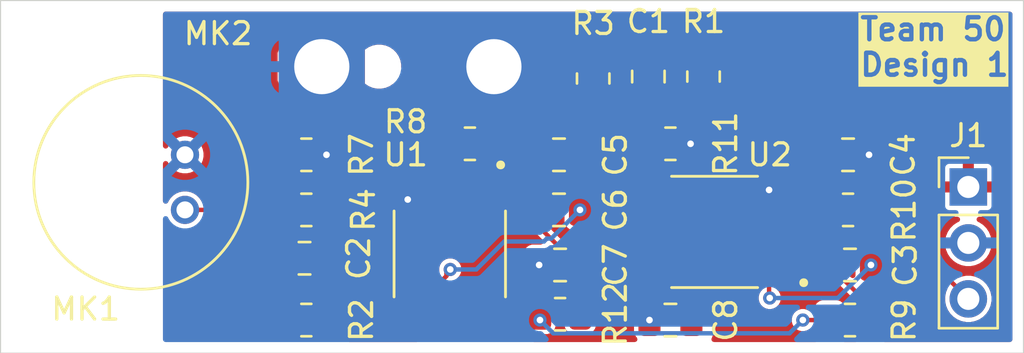
<source format=kicad_pcb>
(kicad_pcb (version 20241229) (generator "pcbnew") (generator_version "9.0")
  (layers (0 "F.Cu" signal) (2 "B.Cu" signal) (13 "F.Paste" user) (15 "B.Paste" user) (5 "F.SilkS" user "F.Silkscreen") (7 "B.SilkS" user "B.Silkscreen") (1 "F.Mask" user) (3 "B.Mask" user) (25 "Edge.Cuts" user))
  (net 0 "")
  (net 1 "Net-(C1-Pad2)")
  (net 2 "Net-(C1-Pad1)")
  (net 3 "Net-(C2-Pad2)")
  (net 4 "Net-(C2-Pad1)")
  (net 5 "/output")
  (net 6 "Net-(C3-Pad1)")
  (net 7 "GND")
  (net 8 "Net-(U2-1IN+)")
  (net 9 "Net-(U1-1OUT)")
  (net 10 "Net-(C5-Pad2)")
  (net 11 "Net-(U1-2IN+)")
  (net 12 "VCC")
  (net 13 "Net-(U1-1IN-)")
  (net 14 "Net-(U1-1IN+)")
  (net 15 "Net-(U1-2IN-)")
  (footprint "Resistor_SMD:R_0805_2012Metric" (layer "F.Cu") (at 42.5 42 180)
    (property "Reference" "R4" (at -2.5875 0 90) (layer "F.SilkS"))
    (property "Value" "100" (hide yes))
    (fp_line (start -0.227064 0.735) (end 0.227064 0.735) (stroke (width 0.12)) (layer "F.SilkS"))
    (fp_line (start -0.227064 -0.735) (end 0.227064 -0.735) (stroke (width 0.12)) (layer "F.SilkS"))
    (pad "1" smd roundrect (at -0.9125 0 180) (size 1.025 1.4) (layers "F.Cu" "F.Mask" "F.Paste") (roundrect_rratio 0.243902) (net 3 "Net-(C2-Pad2)"))
    (pad "2" smd roundrect (at 0.9125 0 180) (size 1.025 1.4) (layers "F.Cu" "F.Mask" "F.Paste") (roundrect_rratio 0.243902) (net 14 "Net-(U1-1IN+)"))
  )
  (footprint "Capacitor_SMD:C_0805_2012Metric" (layer "F.Cu") (at 59 47 180)
    (property "Reference" "C8" (at -2.5 0 90) (layer "F.SilkS"))
    (property "Value" "100nF" (hide yes))
    (fp_line (start -0.261252 0.735) (end 0.261252 0.735) (stroke (width 0.12)) (layer "F.SilkS"))
    (fp_line (start -0.261252 -0.735) (end 0.261252 -0.735) (stroke (width 0.12)) (layer "F.SilkS"))
    (pad "1" smd roundrect (at -0.95 0 180) (size 1 1.45) (layers "F.Cu" "F.Mask" "F.Paste") (net 12 "VCC"))
    (pad "2" smd roundrect (at 0.95 0 180) (size 1 1.45) (layers "F.Cu" "F.Mask" "F.Paste") (net 7 "GND"))
  )
  (footprint "Capacitor_SMD:C_0805_2012Metric" (layer "F.Cu") (at 58 35.95 90)
    (property "Reference" "C1" (at 2.5 0 0) (layer "F.SilkS"))
    (property "Value" "1u" (hide yes))
    (fp_line (start -0.261252 -0.735) (end 0.261252 -0.735) (stroke (width 0.12)) (layer "F.SilkS"))
    (fp_line (start -0.261252 0.735) (end 0.261252 0.735) (stroke (width 0.12)) (layer "F.SilkS"))
    (pad "1" smd roundrect (at -0.95 0 90) (size 1 1.45) (layers "F.Cu" "F.Mask" "F.Paste") (net 2 "Net-(C1-Pad1)"))
    (pad "2" smd roundrect (at 0.95 0 90) (size 1 1.45) (layers "F.Cu" "F.Mask" "F.Paste") (net 1 "Net-(C1-Pad2)"))
  )
  (footprint "Resistor_SMD:R_0805_2012Metric" (layer "F.Cu") (at 60.5 35.95 -90)
    (property "Reference" "R1" (at -2.5 0 0) (layer "F.SilkS"))
    (property "Value" "2.2k" (hide yes))
    (fp_line (start -0.227064 0.735) (end 0.227064 0.735) (stroke (width 0.12)) (layer "F.SilkS"))
    (fp_line (start -0.227064 -0.735) (end 0.227064 -0.735) (stroke (width 0.12)) (layer "F.SilkS"))
    (pad "1" smd roundrect (at -0.9125 0 270) (size 1.025 1.4) (layers "F.Cu" "F.Mask" "F.Paste") (roundrect_rratio 0.243902) (net 12 "VCC"))
    (pad "2" smd roundrect (at 0.9125 0 270) (size 1.025 1.4) (layers "F.Cu" "F.Mask" "F.Paste") (roundrect_rratio 0.243902) (net 2 "Net-(C1-Pad1)"))
  )
  (footprint "Resistor_SMD:R_0805_2012Metric" (layer "F.Cu") (at 42.5 47 180)
    (property "Reference" "R2" (at -2.5 0 90) (layer "F.SilkS"))
    (property "Value" "2.2k" (hide yes))
    (fp_line (start -0.227064 0.735) (end 0.227064 0.735) (stroke (width 0.12)) (layer "F.SilkS"))
    (fp_line (start -0.227064 -0.735) (end 0.227064 -0.735) (stroke (width 0.12)) (layer "F.SilkS"))
    (pad "1" smd roundrect (at -0.9125 0 180) (size 1.025 1.4) (layers "F.Cu" "F.Mask" "F.Paste") (roundrect_rratio 0.243902) (net 12 "VCC"))
    (pad "2" smd roundrect (at 0.9125 0 180) (size 1.025 1.4) (layers "F.Cu" "F.Mask" "F.Paste") (roundrect_rratio 0.243902) (net 4 "Net-(C2-Pad1)"))
  )
  (footprint "Capacitor_SMD:C_0805_2012Metric" (layer "F.Cu") (at 53.95 42)
    (property "Reference" "C6" (at 2.55 0 90) (layer "F.SilkS"))
    (property "Value" "10n" (hide yes))
    (fp_line (start -0.261252 -0.735) (end 0.261252 -0.735) (stroke (width 0.12)) (layer "F.SilkS"))
    (fp_line (start -0.261252 0.735) (end 0.261252 0.735) (stroke (width 0.12)) (layer "F.SilkS"))
    (pad "1" smd roundrect (at -0.95 0) (size 1 1.45) (layers "F.Cu" "F.Mask" "F.Paste") (net 10 "Net-(C5-Pad2)"))
    (pad "2" smd roundrect (at 0.95 0) (size 1 1.45) (layers "F.Cu" "F.Mask" "F.Paste") (net 11 "Net-(U1-2IN+)"))
  )
  (footprint "Resistor_SMD:R_0805_2012Metric" (layer "F.Cu") (at 67.05 42 180)
    (property "Reference" "R10" (at -2.5375 -0.01 90) (layer "F.SilkS"))
    (property "Value" "20k" (hide yes))
    (fp_line (start -0.227064 0.735) (end 0.227064 0.735) (stroke (width 0.12)) (layer "F.SilkS"))
    (fp_line (start -0.227064 -0.735) (end 0.227064 -0.735) (stroke (width 0.12)) (layer "F.SilkS"))
    (pad "1" smd roundrect (at -0.9125 0 180) (size 1.025 1.4) (layers "F.Cu" "F.Mask" "F.Paste") (roundrect_rratio 0.243902) (net 8 "Net-(U2-1IN+)"))
    (pad "2" smd roundrect (at 0.9125 0 180) (size 1.025 1.4) (layers "F.Cu" "F.Mask" "F.Paste") (roundrect_rratio 0.243902) (net 6 "Net-(C3-Pad1)"))
  )
  (footprint "CMA-6542PF:CUI_CMA-6542PF" (layer "F.Cu") (at 35 40.75 180)
    (property "Reference" "MK1" (at 2.5 -5.75 0) (layer "F.SilkS") (effects (font (size 1.000346 1.000346))))
    (property "Value" "CMA-6542PF" (hide yes))
    (fp_circle (center 0 0) (end 4.85 0) (stroke (width 0.127)) (fill no) (layer "F.SilkS"))
    (pad "GND" thru_hole circle (at -2 1.25 180) (size 1.278 1.278) (drill 0.77) (layers "*.Cu" "*.Mask") (net 7 "GND"))
    (pad "OUT" thru_hole circle (at -2 -1.25 180) (size 1.278 1.278) (drill 0.77) (layers "*.Cu" "*.Mask") (net 4 "Net-(C2-Pad1)"))
  )
  (footprint "Capacitor_SMD:C_0805_2012Metric" (layer "F.Cu") (at 53.95 39.5)
    (property "Reference" "C5" (at 2.55 0 90) (layer "F.SilkS"))
    (property "Value" "10n" (hide yes))
    (fp_line (start -0.261252 -0.735) (end 0.261252 -0.735) (stroke (width 0.12)) (layer "F.SilkS"))
    (fp_line (start -0.261252 0.735) (end 0.261252 0.735) (stroke (width 0.12)) (layer "F.SilkS"))
    (pad "1" smd roundrect (at -0.95 0) (size 1 1.45) (layers "F.Cu" "F.Mask" "F.Paste") (net 9 "Net-(U1-1OUT)"))
    (pad "2" smd roundrect (at 0.95 0) (size 1 1.45) (layers "F.Cu" "F.Mask" "F.Paste") (net 10 "Net-(C5-Pad2)"))
  )
  (footprint "NE5532DR:SOIC127P599X175-8N" (layer "F.Cu") (at 61 43 180)
    (property "Reference" "U2" (at -2.5 3.5 0) (layer "F.SilkS"))
    (property "Value" "NE5532DR" (hide yes))
    (fp_line (start -1.95 2.525) (end 1.95 2.525) (stroke (width 0.127)) (layer "F.SilkS"))
    (fp_line (start -1.95 -2.525) (end 1.95 -2.525) (stroke (width 0.127)) (layer "F.SilkS"))
    (fp_circle (center -4.04 -2.305) (end -3.94 -2.305) (stroke (width 0.2)) (fill no) (layer "F.SilkS"))
    (pad "1" smd roundrect (at -2.47 -1.905 180) (size 1.97 0.6) (layers "F.Cu" "F.Mask" "F.Paste") (roundrect_rratio 0.125) (net 5 "/output"))
    (pad "2" smd roundrect (at -2.47 -0.635 180) (size 1.97 0.6) (layers "F.Cu" "F.Mask" "F.Paste") (roundrect_rratio 0.125) (net 5 "/output"))
    (pad "3" smd roundrect (at -2.47 0.635 180) (size 1.97 0.6) (layers "F.Cu" "F.Mask" "F.Paste") (roundrect_rratio 0.125) (net 8 "Net-(U2-1IN+)"))
    (pad "4" smd roundrect (at -2.47 1.905 180) (size 1.97 0.6) (layers "F.Cu" "F.Mask" "F.Paste") (roundrect_rratio 0.125) (net 7 "GND"))
    (pad "5" smd roundrect (at 2.47 1.905 180) (size 1.97 0.6) (layers "F.Cu" "F.Mask" "F.Paste") (roundrect_rratio 0.125))
    (pad "6" smd roundrect (at 2.47 0.635 180) (size 1.97 0.6) (layers "F.Cu" "F.Mask" "F.Paste") (roundrect_rratio 0.125))
    (pad "7" smd roundrect (at 2.47 -0.635 180) (size 1.97 0.6) (layers "F.Cu" "F.Mask" "F.Paste") (roundrect_rratio 0.125))
    (pad "8" smd roundrect (at 2.47 -1.905 180) (size 1.97 0.6) (layers "F.Cu" "F.Mask" "F.Paste") (roundrect_rratio 0.125) (net 12 "VCC"))
  )
  (footprint "Resistor_SMD:R_0805_2012Metric" (layer "F.Cu") (at 59 39)
    (property "Reference" "R11" (at 2.5 0 90) (layer "F.SilkS"))
    (property "Value" "150k" (hide yes))
    (fp_line (start -0.227064 -0.735) (end 0.227064 -0.735) (stroke (width 0.12)) (layer "F.SilkS"))
    (fp_line (start -0.227064 0.735) (end 0.227064 0.735) (stroke (width 0.12)) (layer "F.SilkS"))
    (pad "1" smd roundrect (at -0.9125 0) (size 1.025 1.4) (layers "F.Cu" "F.Mask" "F.Paste") (roundrect_rratio 0.243902) (net 11 "Net-(U1-2IN+)"))
    (pad "2" smd roundrect (at 0.9125 0) (size 1.025 1.4) (layers "F.Cu" "F.Mask" "F.Paste") (roundrect_rratio 0.243902) (net 7 "GND"))
  )
  (footprint "Resistor_SMD:R_0805_2012Metric" (layer "F.Cu") (at 54 46.736 180)
    (property "Reference" "R12" (at -2.5 0 90) (layer "F.SilkS"))
    (property "Value" "68k" (hide yes))
    (fp_line (start -0.227064 0.735) (end 0.227064 0.735) (stroke (width 0.12)) (layer "F.SilkS"))
    (fp_line (start -0.227064 -0.735) (end 0.227064 -0.735) (stroke (width 0.12)) (layer "F.SilkS"))
    (pad "1" smd roundrect (at -0.9125 0 180) (size 1.025 1.4) (layers "F.Cu" "F.Mask" "F.Paste") (roundrect_rratio 0.243902) (net 10 "Net-(C5-Pad2)"))
    (pad "2" smd roundrect (at 0.9125 0 180) (size 1.025 1.4) (layers "F.Cu" "F.Mask" "F.Paste") (roundrect_rratio 0.243902) (net 15 "Net-(U1-2IN-)"))
  )
  (footprint "Resistor_SMD:R_0805_2012Metric" (layer "F.Cu") (at 42.5 39.5)
    (property "Reference" "R7" (at 2.5 0 90) (layer "F.SilkS"))
    (property "Value" "100" (hide yes))
    (fp_line (start -0.227064 -0.735) (end 0.227064 -0.735) (stroke (width 0.12)) (layer "F.SilkS"))
    (fp_line (start -0.227064 0.735) (end 0.227064 0.735) (stroke (width 0.12)) (layer "F.SilkS"))
    (pad "1" smd roundrect (at -0.9125 0) (size 1.025 1.4) (layers "F.Cu" "F.Mask" "F.Paste") (roundrect_rratio 0.243902) (net 14 "Net-(U1-1IN+)"))
    (pad "2" smd roundrect (at 0.9125 0) (size 1.025 1.4) (layers "F.Cu" "F.Mask" "F.Paste") (roundrect_rratio 0.243902) (net 7 "GND"))
  )
  (footprint "Capacitor_SMD:C_0805_2012Metric" (layer "F.Cu") (at 67.05 39.5)
    (property "Reference" "C4" (at 2.5 0 90) (layer "F.SilkS"))
    (property "Value" "11n" (hide yes))
    (fp_line (start -0.261252 -0.735) (end 0.261252 -0.735) (stroke (width 0.12)) (layer "F.SilkS"))
    (fp_line (start -0.261252 0.735) (end 0.261252 0.735) (stroke (width 0.12)) (layer "F.SilkS"))
    (pad "1" smd roundrect (at -0.95 0) (size 1 1.45) (layers "F.Cu" "F.Mask" "F.Paste") (net 8 "Net-(U2-1IN+)"))
    (pad "2" smd roundrect (at 0.95 0) (size 1 1.45) (layers "F.Cu" "F.Mask" "F.Paste") (net 7 "GND"))
  )
  (footprint "Connector_Wire:SolderWire-2sqmm_1x02_P7.8mm_D2mm_OD3.9mm" (layer "F.Cu") (at 43.2 35.5)
    (property "Reference" "MK2" (at -4.7 -1.5 0) (layer "F.SilkS"))
    (property "Value" "CMA-6542PF" (hide yes))
    (pad "1" thru_hole roundrect (at 0 0) (size 3.9 3.9) (drill 2.5) (layers "*.Cu" "*.Mask") (roundrect_rratio 0.064103) (net 7 "GND"))
    (pad "2" thru_hole circle (at 7.8 0) (size 3.9 3.9) (drill 2.5) (layers "*.Cu" "*.Mask") (net 2 "Net-(C1-Pad1)"))
  )
  (footprint "Capacitor_SMD:C_0805_2012Metric" (layer "F.Cu") (at 67.1375 44.5)
    (property "Reference" "C3" (at 2.5 0.01 90) (layer "F.SilkS"))
    (property "Value" "20n" (hide yes))
    (fp_line (start -0.261252 -0.735) (end 0.261252 -0.735) (stroke (width 0.12)) (layer "F.SilkS"))
    (fp_line (start -0.261252 0.735) (end 0.261252 0.735) (stroke (width 0.12)) (layer "F.SilkS"))
    (pad "1" smd roundrect (at -0.95 0) (size 1 1.45) (layers "F.Cu" "F.Mask" "F.Paste") (net 6 "Net-(C3-Pad1)"))
    (pad "2" smd roundrect (at 0.95 0) (size 1 1.45) (layers "F.Cu" "F.Mask" "F.Paste") (net 5 "/output"))
  )
  (footprint "Capacitor_SMD:C_0805_2012Metric" (layer "F.Cu") (at 54 44.5 180)
    (property "Reference" "C7" (at -2.5 0 90) (layer "F.SilkS"))
    (property "Value" "100nF" (hide yes))
    (fp_line (start -0.261252 0.735) (end 0.261252 0.735) (stroke (width 0.12)) (layer "F.SilkS"))
    (fp_line (start -0.261252 -0.735) (end 0.261252 -0.735) (stroke (width 0.12)) (layer "F.SilkS"))
    (pad "1" smd roundrect (at -0.95 0 180) (size 1 1.45) (layers "F.Cu" "F.Mask" "F.Paste") (net 12 "VCC"))
    (pad "2" smd roundrect (at 0.95 0 180) (size 1 1.45) (layers "F.Cu" "F.Mask" "F.Paste") (net 7 "GND"))
  )
  (footprint "Capacitor_SMD:C_0805_2012Metric" (layer "F.Cu") (at 42.418 44.196)
    (property "Reference" "C2" (at 2.45 0 90) (layer "F.SilkS"))
    (property "Value" "1u" (hide yes))
    (fp_line (start -0.261252 -0.735) (end 0.261252 -0.735) (stroke (width 0.12)) (layer "F.SilkS"))
    (fp_line (start -0.261252 0.735) (end 0.261252 0.735) (stroke (width 0.12)) (layer "F.SilkS"))
    (pad "1" smd roundrect (at -0.95 0) (size 1 1.45) (layers "F.Cu" "F.Mask" "F.Paste") (net 4 "Net-(C2-Pad1)"))
    (pad "2" smd roundrect (at 0.95 0) (size 1 1.45) (layers "F.Cu" "F.Mask" "F.Paste") (net 3 "Net-(C2-Pad2)"))
  )
  (footprint "Resistor_SMD:R_0805_2012Metric" (layer "F.Cu") (at 55.5 36.0375 -90)
    (property "Reference" "R3" (at -2.5 0 0) (layer "F.SilkS"))
    (property "Value" "100" (hide yes))
    (fp_line (start -0.227064 0.735) (end 0.227064 0.735) (stroke (width 0.12)) (layer "F.SilkS"))
    (fp_line (start -0.227064 -0.735) (end 0.227064 -0.735) (stroke (width 0.12)) (layer "F.SilkS"))
    (pad "1" smd roundrect (at -0.9125 0 270) (size 1.025 1.4) (layers "F.Cu" "F.Mask" "F.Paste") (roundrect_rratio 0.243902) (net 1 "Net-(C1-Pad2)"))
    (pad "2" smd roundrect (at 0.9125 0 270) (size 1.025 1.4) (layers "F.Cu" "F.Mask" "F.Paste") (roundrect_rratio 0.243902) (net 13 "Net-(U1-1IN-)"))
  )
  (footprint "NE5532DR:SOIC127P599X175-8N" (layer "F.Cu") (at 49 44 -90)
    (property "Reference" "U1" (at -4.5 2 0) (layer "F.SilkS"))
    (property "Value" "NE5532DR" (hide yes))
    (fp_line (start -1.95 2.525) (end 1.95 2.525) (stroke (width 0.127)) (layer "F.SilkS"))
    (fp_line (start -1.95 -2.525) (end 1.95 -2.525) (stroke (width 0.127)) (layer "F.SilkS"))
    (fp_circle (center -4.04 -2.305) (end -3.94 -2.305) (stroke (width 0.2)) (fill no) (layer "F.SilkS"))
    (pad "1" smd roundrect (at -2.47 -1.905 270) (size 1.97 0.6) (layers "F.Cu" "F.Mask" "F.Paste") (roundrect_rratio 0.125) (net 9 "Net-(U1-1OUT)"))
    (pad "2" smd roundrect (at -2.47 -0.635 270) (size 1.97 0.6) (layers "F.Cu" "F.Mask" "F.Paste") (roundrect_rratio 0.125) (net 13 "Net-(U1-1IN-)"))
    (pad "3" smd roundrect (at -2.47 0.635 270) (size 1.97 0.6) (layers "F.Cu" "F.Mask" "F.Paste") (roundrect_rratio 0.125) (net 14 "Net-(U1-1IN+)"))
    (pad "4" smd roundrect (at -2.47 1.905 270) (size 1.97 0.6) (layers "F.Cu" "F.Mask" "F.Paste") (roundrect_rratio 0.125) (net 7 "GND"))
    (pad "5" smd roundrect (at 2.47 1.905 270) (size 1.97 0.6) (layers "F.Cu" "F.Mask" "F.Paste") (roundrect_rratio 0.125) (net 15 "Net-(U1-2IN-)"))
    (pad "6" smd roundrect (at 2.47 0.635 270) (size 1.97 0.6) (layers "F.Cu" "F.Mask" "F.Paste") (roundrect_rratio 0.125) (net 11 "Net-(U1-2IN+)"))
    (pad "7" smd roundrect (at 2.47 -0.635 270) (size 1.97 0.6) (layers "F.Cu" "F.Mask" "F.Paste") (roundrect_rratio 0.125) (net 15 "Net-(U1-2IN-)"))
    (pad "8" smd roundrect (at 2.47 -1.905 270) (size 1.97 0.6) (layers "F.Cu" "F.Mask" "F.Paste") (roundrect_rratio 0.125) (net 12 "VCC"))
  )
  (footprint "Connector_PinHeader_2.54mm:PinHeader_1x03_P2.54mm_Vertical" (layer "F.Cu") (at 72.5 40.96)
    (property "Reference" "J1" (at 0 -2.33 0) (layer "F.SilkS"))
    (property "Value" "Conn_01x03_Pin" (hide yes))
    (fp_line (start -1.33 -1.33) (end 0 -1.33) (stroke (width 0.12)) (layer "F.SilkS"))
    (fp_line (start -1.33 0) (end -1.33 -1.33) (stroke (width 0.12)) (layer "F.SilkS"))
    (fp_line (start -1.33 1.27) (end -1.33 6.41) (stroke (width 0.12)) (layer "F.SilkS"))
    (fp_line (start -1.33 1.27) (end 1.33 1.27) (stroke (width 0.12)) (layer "F.SilkS"))
    (fp_line (start -1.33 6.41) (end 1.33 6.41) (stroke (width 0.12)) (layer "F.SilkS"))
    (fp_line (start 1.33 1.27) (end 1.33 6.41) (stroke (width 0.12)) (layer "F.SilkS"))
    (pad "1" thru_hole rect (at 0 0) (size 1.7 1.7) (drill 1) (layers "*.Cu" "*.Mask") (net 12 "VCC"))
    (pad "2" thru_hole oval (at 0 2.54) (size 1.7 1.7) (drill 1) (layers "*.Cu" "*.Mask") (net 7 "GND"))
    (pad "3" thru_hole oval (at 0 5.08) (size 1.7 1.7) (drill 1) (layers "*.Cu" "*.Mask") (net 5 "/output"))
  )
  (footprint "Resistor_SMD:R_0805_2012Metric" (layer "F.Cu") (at 67.1375 47 180)
    (property "Reference" "R9" (at -2.45 -0.01 90) (layer "F.SilkS"))
    (property "Value" "20k" (hide yes))
    (fp_line (start -0.227064 0.735) (end 0.227064 0.735) (stroke (width 0.12)) (layer "F.SilkS"))
    (fp_line (start -0.227064 -0.735) (end 0.227064 -0.735) (stroke (width 0.12)) (layer "F.SilkS"))
    (pad "1" smd roundrect (at -0.9125 0 180) (size 1.025 1.4) (layers "F.Cu" "F.Mask" "F.Paste") (roundrect_rratio 0.243902) (net 6 "Net-(C3-Pad1)"))
    (pad "2" smd roundrect (at 0.9125 0 180) (size 1.025 1.4) (layers "F.Cu" "F.Mask" "F.Paste") (roundrect_rratio 0.243902) (net 15 "Net-(U1-2IN-)"))
  )
  (footprint "Resistor_SMD:R_0805_2012Metric" (layer "F.Cu") (at 49.9125 39)
    (property "Reference" "R8" (at -2.9125 -1 0) (layer "F.SilkS"))
    (property "Value" "100" (hide yes))
    (fp_line (start -0.227064 -0.735) (end 0.227064 -0.735) (stroke (width 0.12)) (layer "F.SilkS"))
    (fp_line (start -0.227064 0.735) (end 0.227064 0.735) (stroke (width 0.12)) (layer "F.SilkS"))
    (pad "1" smd roundrect (at -0.9125 0) (size 1.025 1.4) (layers "F.Cu" "F.Mask" "F.Paste") (roundrect_rratio 0.243902) (net 13 "Net-(U1-1IN-)"))
    (pad "2" smd roundrect (at 0.9125 0) (size 1.025 1.4) (layers "F.Cu" "F.Mask" "F.Paste") (roundrect_rratio 0.243902) (net 9 "Net-(U1-1OUT)"))
  )
  (gr_rect (start 28.642 32.5) (end 75 48.5) (stroke (width 0.05)) (fill no) (layer "Edge.Cuts"))
  (gr_text "Team 50\nDesign 1" (at 67.5 36 0) (layer "F.SilkS" knockout) (effects (font (size 1 1) (thickness 0.2) (bold yes)) (justify left bottom)))
  (segment (start 57.875 35.125) (end 58 35) (width 0.2) (layer "F.Cu") (net 1))
  (segment (start 55.5 35.125) (end 57.875 35.125) (width 0.2) (layer "F.Cu") (net 1))
  (segment (start 51 35.5) (end 51.5 36) (width 0.2) (layer "F.Cu") (net 2))
  (segment (start 60.1375 36.8625) (end 60.1 36.9) (width 0.2) (layer "F.Cu") (net 2))
  (segment (start 60.5 36.8625) (end 60.1375 36.8625) (width 0.2) (layer "F.Cu") (net 2))
  (segment (start 60.4625 36.9) (end 60.5 36.8625) (width 0.2) (layer "F.Cu") (net 2))
  (segment (start 60.1 36.9) (end 58 36.9) (width 0.2) (layer "F.Cu") (net 2))
  (segment (start 57.1 36) (end 58 36.9) (width 0.2) (layer "F.Cu") (net 2))
  (segment (start 51.5 36) (end 57.1 36) (width 0.2) (layer "F.Cu") (net 2))
  (segment (start 43.4125 42) (end 43.5 42.0875) (width 0.2) (layer "F.Cu") (net 3))
  (segment (start 43.5 42.0875) (end 43.5 44.5) (width 0.2) (layer "F.Cu") (net 3))
  (segment (start 41.6 44.196) (end 41.6 46.9875) (width 0.2) (layer "F.Cu") (net 4))
  (segment (start 41.6 46.9875) (end 41.5875 47) (width 0.2) (layer "F.Cu") (net 4))
  (segment (start 37 42) (end 39.404 42) (width 0.2) (layer "F.Cu") (net 4))
  (segment (start 39.404 42) (end 41.6 44.196) (width 0.2) (layer "F.Cu") (net 4))
  (segment (start 72.5 46.04) (end 70.96 44.5) (width 0.2) (layer "F.Cu") (net 5))
  (segment (start 70.96 44.5) (end 68.0875 44.5) (width 0.2) (layer "F.Cu") (net 5))
  (segment (start 63.47 44.905) (end 63.47 45.97) (width 0.2) (layer "F.Cu") (net 5))
  (segment (start 63.47 45.97) (end 63.5 46) (width 0.2) (layer "F.Cu") (net 5))
  (segment (start 63.47 43.635) (end 63.47 44.905) (width 0.2) (layer "F.Cu") (net 5))
  (via (at 68.0875 44.5) (size 0.6) (drill 0.3) (layers "F.Cu" "B.Cu") (net 5))
  (via (at 63.5 46) (size 0.6) (drill 0.3) (layers "F.Cu" "B.Cu") (net 5))
  (segment (start 66.5875 46) (end 68.0875 44.5) (width 0.2) (layer "B.Cu") (net 5))
  (segment (start 63.5 46) (end 66.5875 46) (width 0.2) (layer "B.Cu") (net 5))
  (segment (start 66.1375 43.6375) (end 66.1375 42) (width 0.2) (layer "F.Cu") (net 6))
  (segment (start 68.05 47) (end 68.05 46.3625) (width 0.2) (layer "F.Cu") (net 6))
  (segment (start 66.1875 44.5) (end 66.1875 43.6875) (width 0.2) (layer "F.Cu") (net 6))
  (segment (start 68.05 46.3625) (end 66.1875 44.5) (width 0.2) (layer "F.Cu") (net 6))
  (segment (start 66.1875 43.6875) (end 66.1375 43.6375) (width 0.2) (layer "F.Cu") (net 6))
  (via (at 59.9125 39) (size 0.6) (drill 0.3) (layers "F.Cu" "B.Cu") (net 7))
  (via (at 47.095 41.53) (size 0.6) (drill 0.3) (layers "F.Cu" "B.Cu") (net 7))
  (via (at 58.05 47) (size 0.6) (drill 0.3) (layers "F.Cu" "B.Cu") (net 7))
  (via (at 63.47 41.095) (size 0.6) (drill 0.3) (layers "F.Cu" "B.Cu") (net 7))
  (via (at 68 39.5) (size 0.6) (drill 0.3) (layers "F.Cu" "B.Cu") (net 7))
  (via (at 43.4125 39.5) (size 0.6) (drill 0.3) (layers "F.Cu" "B.Cu") (net 7))
  (via (at 53.05 44.5) (size 0.6) (drill 0.3) (layers "F.Cu" "B.Cu") (net 7))
  (segment (start 67.9625 42) (end 66.9615 40.999) (width 0.2) (layer "F.Cu") (net 8))
  (segment (start 65 40.6) (end 66.1 39.5) (width 0.2) (layer "F.Cu") (net 8))
  (segment (start 66.9615 40.999) (end 65.001 40.999) (width 0.2) (layer "F.Cu") (net 8))
  (segment (start 64.454999 42.365) (end 65 41.819999) (width 0.2) (layer "F.Cu") (net 8))
  (segment (start 65.001 40.999) (end 65 41) (width 0.2) (layer "F.Cu") (net 8))
  (segment (start 65 41.819999) (end 65 41) (width 0.2) (layer "F.Cu") (net 8))
  (segment (start 65 41) (end 65 40.6) (width 0.2) (layer "F.Cu") (net 8))
  (segment (start 63.47 42.365) (end 64.454999 42.365) (width 0.2) (layer "F.Cu") (net 8))
  (segment (start 52.5 39) (end 50.825 39) (width 0.2) (layer "F.Cu") (net 9))
  (segment (start 50.905 39.08) (end 50.825 39) (width 0.2) (layer "F.Cu") (net 9))
  (segment (start 53 39.5) (end 52.5 39) (width 0.2) (layer "F.Cu") (net 9))
  (segment (start 50.905 41.53) (end 50.905 39.08) (width 0.2) (layer "F.Cu") (net 9))
  (segment (start 54.102 45.9255) (end 54.9125 46.736) (width 0.2) (layer "F.Cu") (net 10))
  (segment (start 53 42) (end 53 42.725) (width 0.2) (layer "F.Cu") (net 10))
  (segment (start 53 42.725) (end 54.102 43.827) (width 0.2) (layer "F.Cu") (net 10))
  (segment (start 54.9 40.1) (end 54.9 39.5) (width 0.2) (layer "F.Cu") (net 10))
  (segment (start 53 42) (end 54.9 40.1) (width 0.2) (layer "F.Cu") (net 10))
  (segment (start 54.102 43.827) (end 54.102 45.9255) (width 0.2) (layer "F.Cu") (net 10))
  (segment (start 57.9 39) (end 54.9 42) (width 0.2) (layer "F.Cu") (net 11))
  (segment (start 49.022 44.704) (end 48.850001 44.875999) (width 0.2) (layer "F.Cu") (net 11))
  (segment (start 48.850001 45) (end 48.365 45.485001) (width 0.2) (layer "F.Cu") (net 11))
  (segment (start 48.850001 44.875999) (end 48.850001 45) (width 0.2) (layer "F.Cu") (net 11))
  (segment (start 58.0875 39) (end 57.9 39) (width 0.2) (layer "F.Cu") (net 11))
  (segment (start 48.365 45.485001) (end 48.365 46.47) (width 0.2) (layer "F.Cu") (net 11))
  (via (at 54.9 42) (size 0.6) (drill 0.3) (layers "F.Cu" "B.Cu") (net 11))
  (via (at 49.022 44.704) (size 0.6) (drill 0.3) (layers "F.Cu" "B.Cu") (net 11))
  (segment (start 50.201729 44.704) (end 49.022 44.704) (width 0.2) (layer "B.Cu") (net 11))
  (segment (start 53.266057 43.434) (end 51.471729 43.434) (width 0.2) (layer "B.Cu") (net 11))
  (segment (start 53.398503 43.301554) (end 53.266057 43.434) (width 0.2) (layer "B.Cu") (net 11))
  (segment (start 51.471729 43.434) (end 50.201729 44.704) (width 0.2) (layer "B.Cu") (net 11))
  (segment (start 53.598446 43.301554) (end 53.398503 43.301554) (width 0.2) (layer "B.Cu") (net 11))
  (segment (start 54.9 42) (end 53.598446 43.301554) (width 0.2) (layer "B.Cu") (net 11))
  (segment (start 54.699 37.751) (end 55.5 36.95) (width 0.2) (layer "F.Cu") (net 13))
  (segment (start 49 40.895) (end 49.635 41.53) (width 0.2) (layer "F.Cu") (net 13))
  (segment (start 49 39) (end 50.249 37.751) (width 0.2) (layer "F.Cu") (net 13))
  (segment (start 50.249 37.751) (end 54.699 37.751) (width 0.2) (layer "F.Cu") (net 13))
  (segment (start 49 39) (end 49 40.895) (width 0.2) (layer "F.Cu") (net 13))
  (segment (start 43.41116 41) (end 42.5875 41) (width 0.2) (layer "F.Cu") (net 14))
  (segment (start 48.365 40.545001) (end 48.005159 40.18516) (width 0.2) (layer "F.Cu") (net 14))
  (segment (start 44.226 40.18516) (end 43.41116 41) (width 0.2) (layer "F.Cu") (net 14))
  (segment (start 48.365 41.53) (end 48.365 40.545001) (width 0.2) (layer "F.Cu") (net 14))
  (segment (start 42.5875 41) (end 41.5875 42) (width 0.2) (layer "F.Cu") (net 14))
  (segment (start 48.005159 40.18516) (end 44.226 40.18516) (width 0.2) (layer "F.Cu") (net 14))
  (segment (start 41.5875 39.5) (end 41.5875 42) (width 0.2) (layer "F.Cu") (net 14))
  (segment (start 49.635 46.47) (end 49.635 46.868824) (width 0.2) (layer "F.Cu") (net 15))
  (segment (start 49.635 46.868824) (end 50.522176 47.756) (width 0.2) (layer "F.Cu") (net 15))
  (segment (start 66.225 47) (end 65 47) (width 0.2) (layer "F.Cu") (net 15))
  (segment (start 47.095 46.47) (end 47.095 46.868824) (width 0.2) (layer "F.Cu") (net 15))
  (segment (start 52.3315 47.756) (end 53.0875 47) (width 0.2) (layer "F.Cu") (net 15))
  (segment (start 47.095 46.868824) (end 47.982176 47.756) (width 0.2) (layer "F.Cu") (net 15))
  (segment (start 47.982176 47.756) (end 48.747824 47.756) (width 0.2) (layer "F.Cu") (net 15))
  (segment (start 50.522176 47.756) (end 52.3315 47.756) (width 0.2) (layer "F.Cu") (net 15))
  (segment (start 48.747824 47.756) (end 49.635 46.868824) (width 0.2) (layer "F.Cu") (net 15))
  (via (at 65 47) (size 0.6) (drill 0.3) (layers "F.Cu" "B.Cu") (net 15))
  (via (at 53.0875 47) (size 0.6) (drill 0.3) (layers "F.Cu" "B.Cu") (net 15))
  (segment (start 65 47) (end 64.399 47.601) (width 0.2) (layer "B.Cu") (net 15))
  (segment (start 64.399 47.601) (end 53.6885 47.601) (width 0.2) (layer "B.Cu") (net 15))
  (segment (start 53.6885 47.601) (end 53.0875 47) (width 0.2) (layer "B.Cu") (net 15))
  (zone (net 12) (net_name "VCC") (layer "F.Cu") (connect_pads (clearance 0.15)) (min_thickness 0.25) (fill yes (thermal_gap 0.5) (thermal_bridge_width 0.5))
    (polygon (pts (xy 36 48) (xy 36 33) (xy 74.5 33) (xy 74.5 48)))
  )
  (zone (net 7) (net_name "GND") (layer "B.Cu") (priority 1) (connect_pads (clearance 0.15)) (min_thickness 0.25) (fill yes (thermal_gap 0.5) (thermal_bridge_width 0.5))
    (polygon (pts (xy 36 48) (xy 36 33) (xy 74.5 33) (xy 74.5 48)))
  )
)
</source>
